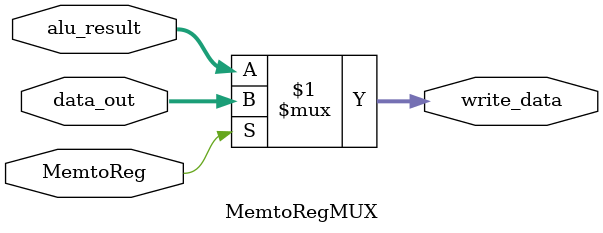
<source format=v>
`timescale 1ns / 1ps


module MemtoRegMUX(
    input [31:0] alu_result, // 来自 ALU 的运算结果
    input [31:0] data_out,   // 来自数据存储器的输出
    input MemtoReg,          // 控制信号
    output [31:0] write_data // 输出到寄存器文件的写入数据

    );
    assign write_data = (MemtoReg) ? data_out : alu_result;

endmodule

</source>
